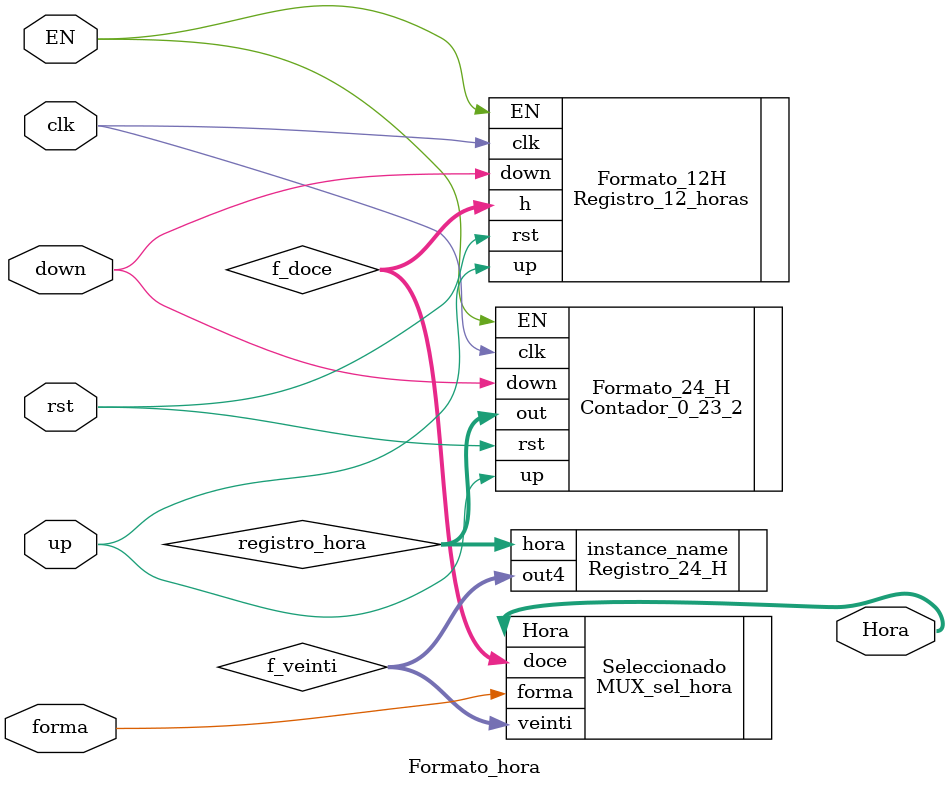
<source format=v>
`timescale 1ns / 1ps

module Formato_hora(
    input clk,
	 input EN,
    input up,
    input down,
    input rst,
	 input forma,
    output [7:0] Hora
    );

wire [7:0] f_veinti;
wire [7:0] f_doce;
wire [4:0] registro_hora;

Contador_0_23_2 Formato_24_H (
    .clk(clk), 
    .EN(EN), 
    .up(up), 
    .down(down), 
    .rst(rst), 
    .out(registro_hora)
    );
	 
Registro_24_H instance_name (
    .hora(registro_hora), 
    .out4(f_veinti)
    );

Registro_12_horas Formato_12H (
    .clk(clk), 
    .EN(EN), 
    .up(up), 
    .down(down), 
    .rst(rst), 
    .h(f_doce)
    );

MUX_sel_hora Seleccionado (
    .forma(forma), 
    .veinti(f_veinti), 
    .doce(f_doce),
    .Hora(Hora)
    );

endmodule

</source>
